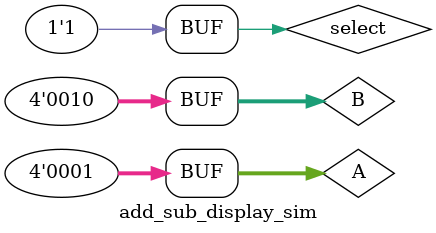
<source format=sv>
`timescale 1ns / 1ps


module add_sub_display_sim; //no ports to test module

    // declare inputs and outputs for your module
    // can be the same names as the ports of the module under test
    logic [3:0] A;
    logic [3:0] B;
    logic select; //high for sub, low for add
    logic [5:0] S; // 6 bit adder output
    //logic [3:0] limited;
	logic [6:0] D;
	logic [3:0] an;
	logic [3:0] L;
	logic dp;
    
    //Instantiate your module undertest
    add_sub_display adder_sub (.A(A), .B(B), .select(select), .S(S),
    .D(D), .an(an), .dp(dp));
    
    limit_val limiter(.S(S), .L(L));
    

    //list your test cases
    initial 
    
        begin
        
        //saturation test cases 
        A = 4'b1111; B = 4'b0000; select = 0; //15 + 0 - should be limited to 9
        #10
        
        A = 4'b0000; B = 4'b1111; select= 1;  //0 - 15 - should be limited to 0
        #10
        
        A = 4'b1111; B = 4'b0111; select = 1; //15 - 7 - should be 8
        #10
        
        A = 4'b0001; B = 4'b0010; select = 1; //1 + 2 - should be 3
        #10
     
        
//	// THIS MAY NOT BE CORRECT...!
//        A = 1111; B = 0001; mode = 0; Cin = 0;
//        #10

//        A = 0011; B = 0001; Cin = 0;
//        #10

       $display("Finished");  
      end                                 
    
endmodule


</source>
